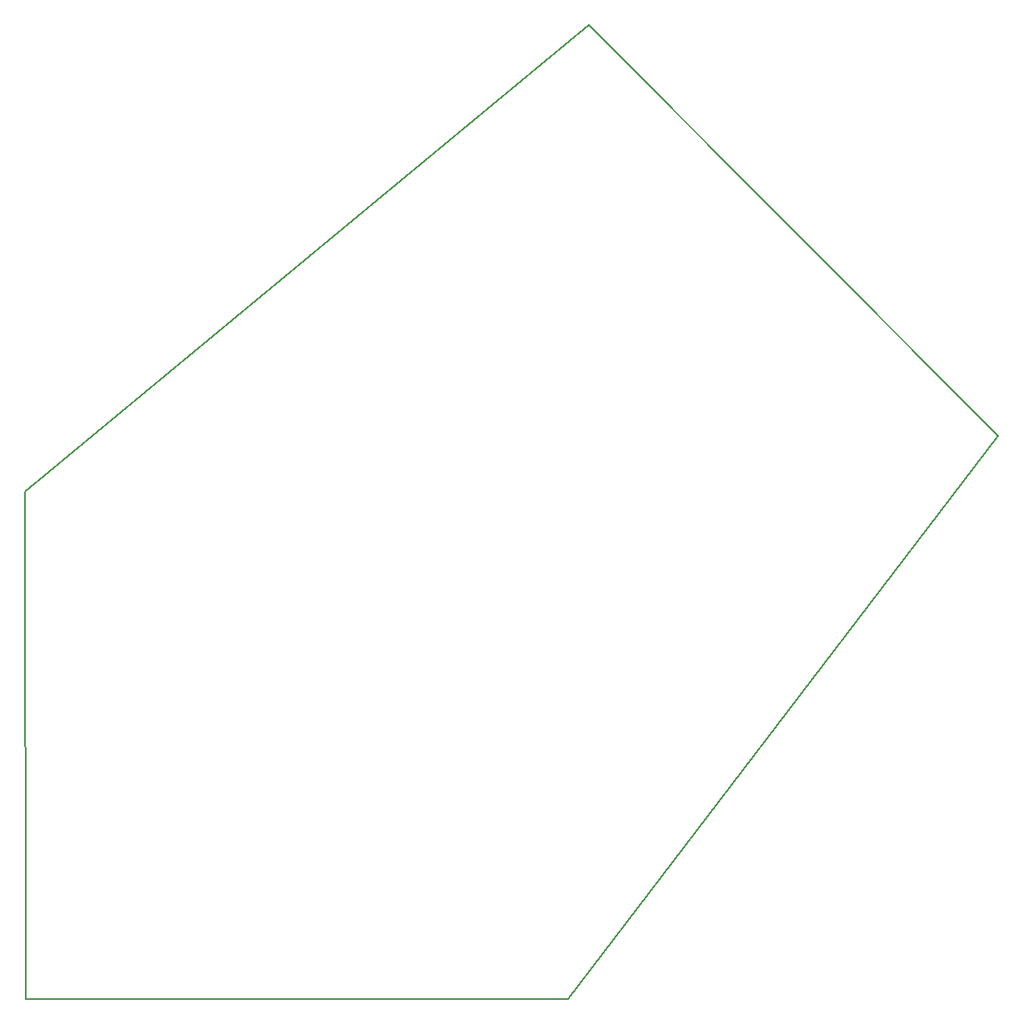
<source format=gbr>
G04 #@! TF.GenerationSoftware,KiCad,Pcbnew,(5.0.1)-3*
G04 #@! TF.CreationDate,2018-11-04T18:29:59+05:30*
G04 #@! TF.ProjectId,MosfetDriverOn210404,4D6F736665744472697665724F6E3231,rev?*
G04 #@! TF.SameCoordinates,Original*
G04 #@! TF.FileFunction,Profile,NP*
%FSLAX46Y46*%
G04 Gerber Fmt 4.6, Leading zero omitted, Abs format (unit mm)*
G04 Created by KiCad (PCBNEW (5.0.1)-3) date 11/4/2018 6:29:59 PM*
%MOMM*%
%LPD*%
G01*
G04 APERTURE LIST*
%ADD10C,0.150000*%
G04 APERTURE END LIST*
D10*
X204310000Y-93590000D02*
X160520000Y-150910000D01*
X162590000Y-51810000D02*
X204310000Y-93590000D01*
X162590000Y-51810000D02*
X105230000Y-99280000D01*
X105230000Y-99280000D02*
X105330000Y-150930000D01*
X160520000Y-150910000D02*
X105340000Y-150930000D01*
M02*

</source>
